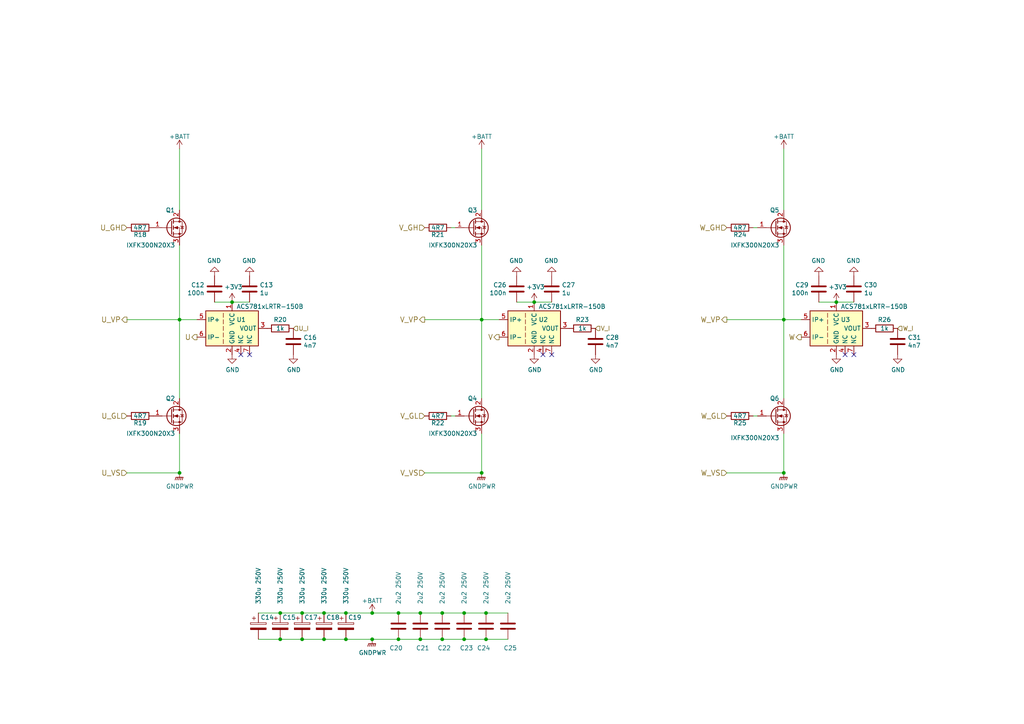
<source format=kicad_sch>
(kicad_sch (version 20230121) (generator eeschema)
  (paper "A4")
  (title_block (title "HSWR MOSFET Power Stage") (date "2017-02-05") (rev "4.0"))
  (lib_symbols
    (symbol "Device:C" (pin_numbers hide) (pin_names (offset 0.254))
      (property "Reference" "C" (at 0.635 2.54 0))
      (property "Value" "C" (at 0.635 -2.54 0))
      (symbol "C_0_1"
        (polyline (pts (xy -2.032 -0.762) (xy 2.032 -0.762)) (stroke (width 0.508)))
        (polyline (pts (xy -2.032 0.762) (xy 2.032 0.762)) (stroke (width 0.508)))
      )
      (symbol "C_1_1"
        (pin passive line (at 0 3.81 270) (length 2.794) (name "~") (number "1"))
        (pin passive line (at 0 -3.81 90) (length 2.794) (name "~") (number "2"))
      )
    )
    (symbol "Device:C_Polarized" (pin_numbers hide) (pin_names (offset 0.254))
      (property "Reference" "C" (at 0.635 2.54 0))
      (property "Value" "C_Polarized" (at 0.635 -2.54 0))
      (symbol "C_Polarized_0_1"
        (rectangle (start -2.286 0.508) (end 2.286 1.016))
        (polyline (pts (xy -1.778 2.286) (xy -0.762 2.286)))
        (polyline (pts (xy -1.27 2.794) (xy -1.27 1.778)))
        (rectangle (start 2.286 -0.508) (end -2.286 -1.016) (fill (type outline)))
      )
      (symbol "C_Polarized_1_1"
        (pin passive line (at 0 3.81 270) (length 2.794) (name "~") (number "1"))
        (pin passive line (at 0 -3.81 90) (length 2.794) (name "~") (number "2"))
      )
    )
    (symbol "Device:Q_NMOS_GDS" (pin_names (offset 0) hide)
      (property "Reference" "Q" (at 5.08 1.27 0))
      (property "Value" "Q_NMOS_GDS" (at 5.08 -1.27 0))
      (symbol "Q_NMOS_GDS_0_1"
        (polyline (pts (xy 0.254 0) (xy -2.54 0)))
        (polyline (pts (xy 0.254 1.905) (xy 0.254 -1.905)) (stroke (width 0.254)))
        (polyline (pts (xy 0.762 -1.27) (xy 0.762 -2.286)) (stroke (width 0.254)))
        (polyline (pts (xy 0.762 0.508) (xy 0.762 -0.508)) (stroke (width 0.254)))
        (polyline (pts (xy 0.762 2.286) (xy 0.762 1.27)) (stroke (width 0.254)))
        (polyline (pts (xy 2.54 2.54) (xy 2.54 1.778)))
        (polyline (pts (xy 2.54 -2.54) (xy 2.54 0) (xy 0.762 0)))
        (polyline (pts (xy 0.762 -1.778) (xy 3.302 -1.778) (xy 3.302 1.778) (xy 0.762 1.778)))
        (polyline (pts (xy 1.016 0) (xy 2.032 0.381) (xy 2.032 -0.381) (xy 1.016 0)) (fill (type outline)))
        (polyline (pts (xy 2.794 0.508) (xy 2.921 0.381) (xy 3.683 0.381) (xy 3.81 0.254)))
        (polyline (pts (xy 3.302 0.381) (xy 2.921 -0.254) (xy 3.683 -0.254) (xy 3.302 0.381)))
        (circle (center 1.651 0) (radius 2.794) (stroke (width 0.254)))
        (circle (center 2.54 -1.778) (radius 0.254) (fill (type outline)))
        (circle (center 2.54 1.778) (radius 0.254) (fill (type outline)))
      )
      (symbol "Q_NMOS_GDS_1_1"
        (pin input line (at -5.08 0 0) (length 2.54) (name "G") (number "1"))
        (pin passive line (at 2.54 5.08 270) (length 2.54) (name "D") (number "2"))
        (pin passive line (at 2.54 -5.08 90) (length 2.54) (name "S") (number "3"))
      )
    )
    (symbol "Device:R" (pin_numbers hide) (pin_names (offset 0))
      (property "Reference" "R" (at 2.032 0 90))
      (property "Value" "R" (at 0 0 90))
      (symbol "R_0_1"
        (rectangle (start -1.016 -2.54) (end 1.016 2.54) (stroke (width 0.254)))
      )
      (symbol "R_1_1"
        (pin passive line (at 0 3.81 270) (length 1.27) (name "~") (number "1"))
        (pin passive line (at 0 -3.81 90) (length 1.27) (name "~") (number "2"))
      )
    )
    (symbol "Sensor_Current:ACS781xLRTR-150B"
      (property "Reference" "U" (at -7.62 6.35 0))
      (property "Value" "ACS781xLRTR-150B" (at 2.54 6.35 0))
      (symbol "ACS781xLRTR-150B_0_1"
        (rectangle (start -7.62 5.08) (end 7.62 -5.08) (stroke (width 0.254)) (fill (type background)))
        (polyline (pts (xy -2.54 -3.175) (xy -2.54 -4.445)))
        (polyline (pts (xy -2.54 -1.27) (xy -2.54 -2.54)))
        (polyline (pts (xy -2.54 0.635) (xy -2.54 -0.635)))
        (polyline (pts (xy -2.54 1.27) (xy -2.54 2.54)))
        (polyline (pts (xy -2.54 3.175) (xy -2.54 4.445)))
      )
      (symbol "ACS781xLRTR-150B_1_1"
        (pin power_in line (at 0 7.62 270) (length 2.54) (name "VCC") (number "1"))
        (pin power_in line (at 0 -7.62 90) (length 2.54) (name "GND") (number "2"))
        (pin output line (at 10.16 0 180) (length 2.54) (name "VOUT") (number "3"))
        (pin passive line (at 2.54 -7.62 90) (length 2.54) (name "NC") (number "4"))
        (pin passive line (at -10.16 2.54 0) (length 2.54) (name "IP+") (number "5"))
        (pin passive line (at -10.16 -2.54 0) (length 2.54) (name "IP-") (number "6"))
        (pin passive line (at 5.08 -7.62 90) (length 2.54) (name "NC") (number "7"))
      )
    )
    (symbol "power:+3V3" (power) (pin_names (offset 0))
      (property "Value" "+3V3" (at 0 3.556 0))
      (symbol "+3V3_0_1"
        (polyline (pts (xy -0.762 1.27) (xy 0 2.54)))
        (polyline (pts (xy 0 0) (xy 0 2.54)))
        (polyline (pts (xy 0 2.54) (xy 0.762 1.27)))
      )
      (symbol "+3V3_1_1"
        (pin power_in line (at 0 0 90) (length 0) hide (name "+3V3") (number "1"))
      )
    )
    (symbol "power:+BATT" (power) (pin_names (offset 0))
      (property "Value" "+BATT" (at 0 3.556 0))
      (symbol "+BATT_0_1"
        (polyline (pts (xy -0.762 1.27) (xy 0 2.54)))
        (polyline (pts (xy 0 0) (xy 0 2.54)))
        (polyline (pts (xy 0 2.54) (xy 0.762 1.27)))
      )
      (symbol "+BATT_1_1"
        (pin power_in line (at 0 0 90) (length 0) hide (name "+BATT") (number "1"))
      )
    )
    (symbol "power:GND" (power) (pin_names (offset 0))
      (property "Value" "GND" (at 0 -3.81 0))
      (symbol "GND_0_1"
        (polyline (pts (xy 0 0) (xy 0 -1.27) (xy 1.27 -1.27) (xy 0 -2.54) (xy -1.27 -1.27) (xy 0 -1.27)))
      )
      (symbol "GND_1_1"
        (pin power_in line (at 0 0 270) (length 0) hide (name "GND") (number "1"))
      )
    )
    (symbol "power:GNDPWR" (power) (pin_names (offset 0))
      (property "Value" "GNDPWR" (at 0 -3.302 0))
      (symbol "GNDPWR_0_1"
        (polyline (pts (xy 0 -1.27) (xy 0 0)))
        (polyline (pts (xy -1.016 -1.27) (xy -1.27 -2.032) (xy -1.27 -2.032)) (stroke (width 0.2032)))
        (polyline (pts (xy -0.508 -1.27) (xy -0.762 -2.032) (xy -0.762 -2.032)) (stroke (width 0.2032)))
        (polyline (pts (xy 0 -1.27) (xy -0.254 -2.032) (xy -0.254 -2.032)) (stroke (width 0.2032)))
        (polyline (pts (xy 0.508 -1.27) (xy 0.254 -2.032) (xy 0.254 -2.032)) (stroke (width 0.2032)))
        (polyline (pts (xy 1.016 -1.27) (xy -1.016 -1.27) (xy -1.016 -1.27)) (stroke (width 0.2032)))
        (polyline (pts (xy 1.016 -1.27) (xy 0.762 -2.032) (xy 0.762 -2.032) (xy 0.762 -2.032)) (stroke (width 0.2032)))
      )
      (symbol "GNDPWR_1_1"
        (pin power_in line (at 0 0 270) (length 0) hide (name "GNDPWR") (number "1"))
      )
    )
  )
  (junction (at 115.57 185.42))
  (junction (at 81.28 185.42))
  (junction (at 121.92 185.42))
  (junction (at 100.33 185.42))
  (junction (at 140.97 177.8))
  (junction (at 227.33 137.16))
  (junction (at 115.57 177.8))
  (junction (at 128.27 177.8))
  (junction (at 87.63 177.8))
  (junction (at 52.07 137.16))
  (junction (at 87.63 185.42))
  (junction (at 52.07 92.71))
  (junction (at 93.98 177.8))
  (junction (at 81.28 177.8))
  (junction (at 134.62 185.42))
  (junction (at 67.31 87.63))
  (junction (at 139.7 92.71))
  (junction (at 139.7 137.16))
  (junction (at 154.94 87.63))
  (junction (at 140.97 185.42))
  (junction (at 242.57 87.63))
  (junction (at 227.33 92.71))
  (junction (at 107.95 177.8))
  (junction (at 93.98 185.42))
  (junction (at 100.33 177.8))
  (junction (at 121.92 177.8))
  (junction (at 128.27 185.42))
  (junction (at 107.95 185.42))
  (junction (at 134.62 177.8))
  (no_connect (at 72.39 102.87))
  (no_connect (at 69.85 102.87))
  (no_connect (at 245.11 102.87))
  (no_connect (at 160.02 102.87))
  (no_connect (at 247.65 102.87))
  (no_connect (at 157.48 102.87))
  (wire (pts (xy 227.33 137.16) (xy 227.33 125.73)))
  (wire (pts (xy 52.07 92.71) (xy 52.07 115.57)))
  (wire (pts (xy 121.92 185.42) (xy 128.27 185.42)))
  (wire (pts (xy 139.7 71.12) (xy 139.7 92.71)))
  (wire (pts (xy 149.86 87.63) (xy 154.94 87.63)))
  (wire (pts (xy 74.93 177.8) (xy 81.28 177.8)))
  (wire (pts (xy 219.71 120.65) (xy 218.44 120.65)))
  (wire (pts (xy 93.98 177.8) (xy 100.33 177.8)))
  (wire (pts (xy 52.07 43.18) (xy 52.07 60.96)))
  (wire (pts (xy 128.27 177.8) (xy 134.62 177.8)))
  (wire (pts (xy 115.57 177.8) (xy 121.92 177.8)))
  (wire (pts (xy 210.82 137.16) (xy 227.33 137.16)))
  (wire (pts (xy 62.23 87.63) (xy 67.31 87.63)))
  (wire (pts (xy 242.57 87.63) (xy 247.65 87.63)))
  (wire (pts (xy 67.31 87.63) (xy 72.39 87.63)))
  (wire (pts (xy 123.19 137.16) (xy 139.7 137.16)))
  (wire (pts (xy 87.63 185.42) (xy 93.98 185.42)))
  (wire (pts (xy 219.71 66.04) (xy 218.44 66.04)))
  (wire (pts (xy 52.07 137.16) (xy 52.07 125.73)))
  (wire (pts (xy 93.98 185.42) (xy 100.33 185.42)))
  (wire (pts (xy 87.63 177.8) (xy 93.98 177.8)))
  (wire (pts (xy 100.33 185.42) (xy 107.95 185.42)))
  (wire (pts (xy 140.97 185.42) (xy 147.32 185.42)))
  (wire (pts (xy 81.28 177.8) (xy 87.63 177.8)))
  (wire (pts (xy 121.92 177.8) (xy 128.27 177.8)))
  (wire (pts (xy 237.49 87.63) (xy 242.57 87.63)))
  (wire (pts (xy 154.94 87.63) (xy 160.02 87.63)))
  (wire (pts (xy 81.28 185.42) (xy 87.63 185.42)))
  (wire (pts (xy 227.33 92.71) (xy 232.41 92.71)))
  (wire (pts (xy 100.33 177.8) (xy 107.95 177.8)))
  (wire (pts (xy 115.57 185.42) (xy 121.92 185.42)))
  (wire (pts (xy 107.95 177.8) (xy 115.57 177.8)))
  (wire (pts (xy 139.7 43.18) (xy 139.7 60.96)))
  (wire (pts (xy 132.08 66.04) (xy 130.81 66.04)))
  (wire (pts (xy 134.62 177.8) (xy 140.97 177.8)))
  (wire (pts (xy 36.83 137.16) (xy 52.07 137.16)))
  (wire (pts (xy 139.7 92.71) (xy 123.19 92.71)))
  (wire (pts (xy 227.33 92.71) (xy 227.33 115.57)))
  (wire (pts (xy 52.07 92.71) (xy 57.15 92.71)))
  (wire (pts (xy 139.7 92.71) (xy 144.78 92.71)))
  (wire (pts (xy 107.95 185.42) (xy 115.57 185.42)))
  (wire (pts (xy 134.62 185.42) (xy 140.97 185.42)))
  (wire (pts (xy 36.83 92.71) (xy 52.07 92.71)))
  (wire (pts (xy 227.33 71.12) (xy 227.33 92.71)))
  (wire (pts (xy 139.7 137.16) (xy 139.7 125.73)))
  (wire (pts (xy 132.08 120.65) (xy 130.81 120.65)))
  (wire (pts (xy 210.82 92.71) (xy 227.33 92.71)))
  (wire (pts (xy 139.7 92.71) (xy 139.7 115.57)))
  (wire (pts (xy 227.33 43.18) (xy 227.33 60.96)))
  (wire (pts (xy 52.07 71.12) (xy 52.07 92.71)))
  (wire (pts (xy 140.97 177.8) (xy 147.32 177.8)))
  (wire (pts (xy 74.93 185.42) (xy 81.28 185.42)))
  (wire (pts (xy 128.27 185.42) (xy 134.62 185.42)))
  (hierarchical_label "W_VS" (shape input) (at 210.82 137.16 180) (effects (font (size 1.524 1.524))))
  (hierarchical_label "U_GL" (shape input) (at 36.83 120.65 180) (effects (font (size 1.524 1.524))))
  (hierarchical_label "W_I" (shape input) (at 260.35 95.25 0))
  (hierarchical_label "U_I" (shape input) (at 85.09 95.25 0))
  (hierarchical_label "W_GH" (shape input) (at 210.82 66.04 180) (effects (font (size 1.524 1.524))))
  (hierarchical_label "U_VS" (shape input) (at 36.83 137.16 180) (effects (font (size 1.524 1.524))))
  (hierarchical_label "V_GL" (shape input) (at 123.19 120.65 180) (effects (font (size 1.524 1.524))))
  (hierarchical_label "U_VP" (shape output) (at 36.83 92.71 180) (effects (font (size 1.524 1.524))))
  (hierarchical_label "W_GL" (shape input) (at 210.82 120.65 180) (effects (font (size 1.524 1.524))))
  (hierarchical_label "V_GH" (shape input) (at 123.19 66.04 180) (effects (font (size 1.524 1.524))))
  (hierarchical_label "U_GH" (shape input) (at 36.83 66.04 180) (effects (font (size 1.524 1.524))))
  (hierarchical_label "U" (shape output) (at 57.15 97.79 180) (effects (font (size 1.524 1.524))))
  (hierarchical_label "V_VP" (shape output) (at 123.19 92.71 180) (effects (font (size 1.524 1.524))))
  (hierarchical_label "V_I" (shape input) (at 172.72 95.25 0))
  (hierarchical_label "V_VS" (shape input) (at 123.19 137.16 180) (effects (font (size 1.524 1.524))))
  (hierarchical_label "W" (shape output) (at 232.41 97.79 180) (effects (font (size 1.524 1.524))))
  (hierarchical_label "V" (shape output) (at 144.78 97.79 180) (effects (font (size 1.524 1.524))))
  (hierarchical_label "W_VP" (shape output) (at 210.82 92.71 180) (effects (font (size 1.524 1.524))))
  (symbol (lib_id "power:+3V3") (at 67.31 87.63 0) (unit 1)
    (property "Reference" "#PWR044" (effects hide))
    (property "Value" "+3V3" (at 67.691 83.2358 0))
    (instances (project "HSWR" (path "" (reference "#PWR044") (unit 1)) (path "" (reference "#PWR0154") (unit 1))))
  )
  (symbol (lib_id "power:GND") (at 242.57 102.87 0) (unit 1)
    (property "Reference" "#PWR061" (effects hide))
    (property "Value" "GND" (at 242.697 107.2642 0))
    (instances (project "HSWR" (path "" (reference "#PWR061") (unit 1)) (path "" (reference "#PWR0171") (unit 1))))
  )
  (symbol (lib_id "Device:C") (at 85.09 99.06 0) (unit 1)
    (property "Reference" "C16" (at 88.011 97.8916 0) (effects (justify left)))
    (property "Value" "4n7" (at 88.011 100.203 0) (effects (justify left)))
    (property "Footprint" "Capacitor_SMD:C_0805_2012Metric" (effects hide))
    (instances (project "HSWR" (path "" (reference "C16") (unit 1)) (path "" (reference "C71") (unit 1))))
  )
  (symbol (lib_id "power:GND") (at 160.02 80.01 180) (unit 1)
    (property "Reference" "#PWR055" (effects hide))
    (property "Value" "GND" (at 159.893 75.6158 0))
    (instances (project "HSWR" (path "" (reference "#PWR055") (unit 1)) (path "" (reference "#PWR0165") (unit 1))))
  )
  (symbol (lib_id "Device:R") (at 168.91 95.25 270) (unit 1)
    (property "Reference" "R23" (at 168.91 92.71 90))
    (property "Value" "1k" (at 168.91 95.25 90))
    (property "Footprint" "Resistor_SMD:R_0805_2012Metric" (effects hide))
    (instances (project "HSWR" (path "" (reference "R23") (unit 1)) (path "" (reference "R64") (unit 1))))
  )
  (symbol (lib_id "Device:C_Polarized") (at 74.93 181.61 0) (unit 1)
    (property "Reference" "C14" (at 75.565 179.07 0) (effects (justify left)))
    (property "Value" "330u 250V" (at 74.93 175.26 90) (effects (justify left)))
    (property "Footprint" "Capacitor_THT:CP_Radial_D22.0mm_P10.00mm_SnapIn" (effects hide))
    (instances (project "HSWR" (path "" (reference "C14") (unit 1)) (path "" (reference "C69") (unit 1))))
  )
  (symbol (lib_id "power:GND") (at 67.31 102.87 0) (unit 1)
    (property "Reference" "#PWR045" (effects hide))
    (property "Value" "GND" (at 67.437 107.2642 0))
    (instances (project "HSWR" (path "" (reference "#PWR045") (unit 1)) (path "" (reference "#PWR0155") (unit 1))))
  )
  (symbol (lib_id "power:GND") (at 237.49 80.01 180) (unit 1)
    (property "Reference" "#PWR059" (effects hide))
    (property "Value" "GND" (at 237.363 75.6158 0))
    (instances (project "HSWR" (path "" (reference "#PWR059") (unit 1)) (path "" (reference "#PWR0169") (unit 1))))
  )
  (symbol (lib_id "Device:C") (at 134.62 181.61 0) (unit 1)
    (property "Reference" "C23" (at 133.35 187.96 0) (effects (justify left)))
    (property "Value" "2u2 250V" (at 134.62 175.26 90) (effects (justify left)))
    (property "Footprint" "Capacitor_SMD:C_2220_5650Metric" (effects hide))
    (instances (project "HSWR" (path "" (reference "C23") (unit 1)) (path "" (reference "C78") (unit 1))))
  )
  (symbol (lib_id "Device:C_Polarized") (at 87.63 181.61 0) (unit 1)
    (property "Reference" "C17" (at 88.265 179.07 0) (effects (justify left)))
    (property "Value" "330u 250V" (at 87.63 175.26 90) (effects (justify left)))
    (property "Footprint" "Capacitor_THT:CP_Radial_D22.0mm_P10.00mm_SnapIn" (effects hide))
    (instances (project "HSWR" (path "" (reference "C17") (unit 1)) (path "" (reference "C72") (unit 1))))
  )
  (symbol (lib_id "Device:R") (at 127 120.65 270) (unit 1)
    (property "Reference" "R22" (at 127 122.682 90))
    (property "Value" "4R7" (at 127 120.65 90))
    (property "Footprint" "Resistor_SMD:R_0805_2012Metric" (effects hide))
    (instances (project "HSWR" (path "" (reference "R22") (unit 1)) (path "" (reference "R63") (unit 1))))
  )
  (symbol (lib_id "power:+BATT") (at 52.07 43.18 0) (unit 1)
    (property "Reference" "#PWR041" (effects hide))
    (property "Value" "+BATT" (at 52.07 39.624 0))
    (instances (project "HSWR" (path "" (reference "#PWR041") (unit 1)) (path "" (reference "#PWR0151") (unit 1))))
  )
  (symbol (lib_id "Device:R") (at 81.28 95.25 270) (unit 1)
    (property "Reference" "R20" (at 81.28 92.71 90))
    (property "Value" "1k" (at 81.28 95.25 90))
    (property "Footprint" "Resistor_SMD:R_0805_2012Metric" (effects hide))
    (instances (project "HSWR" (path "" (reference "R20") (unit 1)) (path "" (reference "R61") (unit 1))))
  )
  (symbol (lib_id "power:GND") (at 149.86 80.01 180) (unit 1)
    (property "Reference" "#PWR052" (effects hide))
    (property "Value" "GND" (at 149.733 75.6158 0))
    (instances (project "HSWR" (path "" (reference "#PWR052") (unit 1)) (path "" (reference "#PWR0162") (unit 1))))
  )
  (symbol (lib_id "Device:R") (at 214.63 66.04 270) (unit 1)
    (property "Reference" "R24" (at 214.63 68.072 90))
    (property "Value" "4R7" (at 214.63 66.04 90))
    (property "Footprint" "Resistor_SMD:R_0805_2012Metric" (effects hide))
    (instances (project "HSWR" (path "" (reference "R24") (unit 1)) (path "" (reference "R65") (unit 1))))
  )
  (symbol (lib_id "Device:C") (at 149.86 83.82 0) (mirror x) (unit 1)
    (property "Reference" "C26" (at 146.939 82.6516 0) (effects (justify right)))
    (property "Value" "100n" (at 146.939 84.963 0) (effects (justify right)))
    (property "Footprint" "Capacitor_SMD:C_0805_2012Metric" (effects hide))
    (instances (project "HSWR" (path "" (reference "C26") (unit 1)) (path "" (reference "C81") (unit 1))))
  )
  (symbol (lib_id "Device:Q_NMOS_GDS") (at 224.79 66.04 0) (unit 1)
    (property "Reference" "Q5" (at 226.06 60.96 0) (effects (justify right)))
    (property "Value" "IXFK300N20X3" (at 226.06 71.12 0) (effects (justify right)))
    (property "Footprint" "HSWR:TO-264-3_Horizontal_TabUp_6mm_hole" (effects hide))
    (instances (project "HSWR" (path "" (reference "Q5") (unit 1)) (path "" (reference "Q12") (unit 1))))
  )
  (symbol (lib_id "power:GND") (at 247.65 80.01 180) (unit 1)
    (property "Reference" "#PWR062" (effects hide))
    (property "Value" "GND" (at 247.523 75.6158 0))
    (instances (project "HSWR" (path "" (reference "#PWR062") (unit 1)) (path "" (reference "#PWR0172") (unit 1))))
  )
  (symbol (lib_id "Device:C_Polarized") (at 81.28 181.61 0) (unit 1)
    (property "Reference" "C15" (at 81.915 179.07 0) (effects (justify left)))
    (property "Value" "330u 250V" (at 81.28 175.26 90) (effects (justify left)))
    (property "Footprint" "Capacitor_THT:CP_Radial_D22.0mm_P10.00mm_SnapIn" (effects hide))
    (instances (project "HSWR" (path "" (reference "C15") (unit 1)) (path "" (reference "C70") (unit 1))))
  )
  (symbol (lib_id "Sensor_Current:ACS781xLRTR-150B") (at 242.57 95.25 0) (unit 1)
    (property "Reference" "U3" (at 243.84 92.71 0) (effects (justify left)))
    (property "Value" "ACS781xLRTR-150B" (at 243.84 88.9 0) (effects (justify left)))
    (property "Footprint" "Sensor_Current:Allegro_PSOF-7_4.8x6.4mm_P1.60mm" (effects hide))
    (property "Datasheet" "http://www.allegromicro.com/~/media/Files/Datasheets/ACS781-Datsaheet.ashx?la=en" (effects hide))
    (instances (project "HSWR" (path "" (reference "U3") (unit 1)) (path "" (reference "U21") (unit 1))))
  )
  (symbol (lib_id "Device:R") (at 214.63 120.65 270) (unit 1)
    (property "Reference" "R25" (at 214.63 122.682 90))
    (property "Value" "4R7" (at 214.63 120.65 90))
    (property "Footprint" "Resistor_SMD:R_0805_2012Metric" (effects hide))
    (instances (project "HSWR" (path "" (reference "R25") (unit 1)) (path "" (reference "R66") (unit 1))))
  )
  (symbol (lib_id "Device:Q_NMOS_GDS") (at 137.16 120.65 0) (unit 1)
    (property "Reference" "Q4" (at 138.43 115.57 0) (effects (justify right)))
    (property "Value" "IXFK300N20X3" (at 138.43 125.73 0) (effects (justify right)))
    (property "Footprint" "HSWR:TO-264-3_Horizontal_TabUp_6mm_hole" (effects hide))
    (instances (project "HSWR" (path "" (reference "Q4") (unit 1)) (path "" (reference "Q11") (unit 1))))
  )
  (symbol (lib_id "Device:C") (at 237.49 83.82 0) (mirror x) (unit 1)
    (property "Reference" "C29" (at 234.569 82.6516 0) (effects (justify right)))
    (property "Value" "100n" (at 234.569 84.963 0) (effects (justify right)))
    (property "Footprint" "Capacitor_SMD:C_0805_2012Metric" (effects hide))
    (instances (project "HSWR" (path "" (reference "C29") (unit 1)) (path "" (reference "C84") (unit 1))))
  )
  (symbol (lib_id "Device:Q_NMOS_GDS") (at 224.79 120.65 0) (unit 1)
    (property "Reference" "Q6" (at 226.06 115.57 0) (effects (justify right)))
    (property "Value" "IXFK300N20X3" (at 226.06 127 0) (effects (justify right)))
    (property "Footprint" "HSWR:TO-264-3_Horizontal_TabUp_6mm_hole" (effects hide))
    (instances (project "HSWR" (path "" (reference "Q6") (unit 1)) (path "" (reference "Q13") (unit 1))))
  )
  (symbol (lib_id "Device:C") (at 247.65 83.82 0) (unit 1)
    (property "Reference" "C30" (at 250.571 82.6516 0) (effects (justify left)))
    (property "Value" "1u" (at 250.571 84.963 0) (effects (justify left)))
    (property "Footprint" "Capacitor_SMD:C_0805_2012Metric" (effects hide))
    (instances (project "HSWR" (path "" (reference "C30") (unit 1)) (path "" (reference "C85") (unit 1))))
  )
  (symbol (lib_id "Device:C_Polarized") (at 93.98 181.61 0) (unit 1)
    (property "Reference" "C18" (at 94.615 179.07 0) (effects (justify left)))
    (property "Value" "330u 250V" (at 93.98 175.26 90) (effects (justify left)))
    (property "Footprint" "Capacitor_THT:CP_Radial_D22.0mm_P10.00mm_SnapIn" (effects hide))
    (instances (project "HSWR" (path "" (reference "C18") (unit 1)) (path "" (reference "C73") (unit 1))))
  )
  (symbol (lib_id "Device:C") (at 115.57 181.61 0) (mirror y) (unit 1)
    (property "Reference" "C20" (at 116.84 187.96 0) (effects (justify left)))
    (property "Value" "2u2 250V" (at 115.57 175.26 90) (effects (justify left)))
    (property "Footprint" "Capacitor_SMD:C_2220_5650Metric" (effects hide))
    (instances (project "HSWR" (path "" (reference "C20") (unit 1)) (path "" (reference "C75") (unit 1))))
  )
  (symbol (lib_id "power:+BATT") (at 139.7 43.18 0) (unit 1)
    (property "Reference" "#PWR050" (effects hide))
    (property "Value" "+BATT" (at 139.7 39.624 0))
    (instances (project "HSWR" (path "" (reference "#PWR050") (unit 1)) (path "" (reference "#PWR0160") (unit 1))))
  )
  (symbol (lib_id "Sensor_Current:ACS781xLRTR-150B") (at 154.94 95.25 0) (unit 1)
    (property "Reference" "U2" (at 156.21 92.71 0) (effects (justify left)))
    (property "Value" "ACS781xLRTR-150B" (at 156.21 88.9 0) (effects (justify left)))
    (property "Footprint" "Sensor_Current:Allegro_PSOF-7_4.8x6.4mm_P1.60mm" (effects hide))
    (property "Datasheet" "http://www.allegromicro.com/~/media/Files/Datasheets/ACS781-Datsaheet.ashx?la=en" (effects hide))
    (instances (project "HSWR" (path "" (reference "U2") (unit 1)) (path "" (reference "U20") (unit 1))))
  )
  (symbol (lib_id "power:+BATT") (at 107.95 177.8 0) (unit 1)
    (property "Reference" "#PWR048" (effects hide))
    (property "Value" "+BATT" (at 107.95 174.244 0))
    (instances (project "HSWR" (path "" (reference "#PWR048") (unit 1)) (path "" (reference "#PWR0158") (unit 1))))
  )
  (symbol (lib_id "Device:R") (at 256.54 95.25 270) (unit 1)
    (property "Reference" "R26" (at 256.54 92.71 90))
    (property "Value" "1k" (at 256.54 95.25 90))
    (property "Footprint" "Resistor_SMD:R_0805_2012Metric" (effects hide))
    (instances (project "HSWR" (path "" (reference "R26") (unit 1)) (path "" (reference "R67") (unit 1))))
  )
  (symbol (lib_id "power:GNDPWR") (at 52.07 137.16 0) (unit 1)
    (property "Reference" "#PWR042" (effects hide))
    (property "Value" "GNDPWR" (at 52.1716 141.0716 0))
    (instances (project "HSWR" (path "" (reference "#PWR042") (unit 1)) (path "" (reference "#PWR0152") (unit 1))))
  )
  (symbol (lib_id "Device:C") (at 62.23 83.82 0) (mirror x) (unit 1)
    (property "Reference" "C12" (at 59.309 82.6516 0) (effects (justify right)))
    (property "Value" "100n" (at 59.309 84.963 0) (effects (justify right)))
    (property "Footprint" "Capacitor_SMD:C_0805_2012Metric" (effects hide))
    (instances (project "HSWR" (path "" (reference "C12") (unit 1)) (path "" (reference "C67") (unit 1))))
  )
  (symbol (lib_id "Device:C") (at 260.35 99.06 0) (unit 1)
    (property "Reference" "C31" (at 263.271 97.8916 0) (effects (justify left)))
    (property "Value" "4n7" (at 263.271 100.203 0) (effects (justify left)))
    (property "Footprint" "Capacitor_SMD:C_0805_2012Metric" (effects hide))
    (instances (project "HSWR" (path "" (reference "C31") (unit 1)) (path "" (reference "C86") (unit 1))))
  )
  (symbol (lib_id "Device:C") (at 147.32 181.61 0) (unit 1)
    (property "Reference" "C25" (at 146.05 187.96 0) (effects (justify left)))
    (property "Value" "2u2 250V" (at 147.32 175.26 90) (effects (justify left)))
    (property "Footprint" "Capacitor_SMD:C_2220_5650Metric" (effects hide))
    (instances (project "HSWR" (path "" (reference "C25") (unit 1)) (path "" (reference "C80") (unit 1))))
  )
  (symbol (lib_id "power:+BATT") (at 227.33 43.18 0) (unit 1)
    (property "Reference" "#PWR057" (effects hide))
    (property "Value" "+BATT" (at 227.33 39.624 0))
    (instances (project "HSWR" (path "" (reference "#PWR057") (unit 1)) (path "" (reference "#PWR0167") (unit 1))))
  )
  (symbol (lib_id "power:GND") (at 62.23 80.01 180) (unit 1)
    (property "Reference" "#PWR043" (effects hide))
    (property "Value" "GND" (at 62.103 75.6158 0))
    (instances (project "HSWR" (path "" (reference "#PWR043") (unit 1)) (path "" (reference "#PWR0153") (unit 1))))
  )
  (symbol (lib_id "Device:C") (at 121.92 181.61 0) (unit 1)
    (property "Reference" "C21" (at 120.65 187.96 0) (effects (justify left)))
    (property "Value" "2u2 250V" (at 121.92 175.26 90) (effects (justify left)))
    (property "Footprint" "Capacitor_SMD:C_2220_5650Metric" (effects hide))
    (instances (project "HSWR" (path "" (reference "C21") (unit 1)) (path "" (reference "C76") (unit 1))))
  )
  (symbol (lib_id "Device:Q_NMOS_GDS") (at 49.53 66.04 0) (unit 1)
    (property "Reference" "Q1" (at 50.8 60.96 0) (effects (justify right)))
    (property "Value" "IXFK300N20X3" (at 50.8 71.12 0) (effects (justify right)))
    (property "Footprint" "HSWR:TO-264-3_Horizontal_TabUp_6mm_hole" (effects hide))
    (instances (project "HSWR" (path "" (reference "Q1") (unit 1)) (path "" (reference "Q8") (unit 1))))
  )
  (symbol (lib_id "Device:C") (at 128.27 181.61 0) (mirror y) (unit 1)
    (property "Reference" "C22" (at 130.81 187.96 0) (effects (justify left)))
    (property "Value" "2u2 250V" (at 128.27 175.26 90) (effects (justify left)))
    (property "Footprint" "Capacitor_SMD:C_2220_5650Metric" (effects hide))
    (instances (project "HSWR" (path "" (reference "C22") (unit 1)) (path "" (reference "C77") (unit 1))))
  )
  (symbol (lib_id "power:GND") (at 154.94 102.87 0) (unit 1)
    (property "Reference" "#PWR054" (effects hide))
    (property "Value" "GND" (at 155.067 107.2642 0))
    (instances (project "HSWR" (path "" (reference "#PWR054") (unit 1)) (path "" (reference "#PWR0164") (unit 1))))
  )
  (symbol (lib_id "power:GND") (at 72.39 80.01 180) (unit 1)
    (property "Reference" "#PWR046" (effects hide))
    (property "Value" "GND" (at 72.263 75.6158 0))
    (instances (project "HSWR" (path "" (reference "#PWR046") (unit 1)) (path "" (reference "#PWR0156") (unit 1))))
  )
  (symbol (lib_id "Device:C_Polarized") (at 100.33 181.61 0) (unit 1)
    (property "Reference" "C19" (at 100.965 179.07 0) (effects (justify left)))
    (property "Value" "330u 250V" (at 100.33 175.26 90) (effects (justify left)))
    (property "Footprint" "Capacitor_THT:CP_Radial_D22.0mm_P10.00mm_SnapIn" (effects hide))
    (instances (project "HSWR" (path "" (reference "C19") (unit 1)) (path "" (reference "C74") (unit 1))))
  )
  (symbol (lib_id "power:GND") (at 260.35 102.87 0) (unit 1)
    (property "Reference" "#PWR063" (effects hide))
    (property "Value" "GND" (at 260.477 107.2642 0))
    (instances (project "HSWR" (path "" (reference "#PWR063") (unit 1)) (path "" (reference "#PWR0173") (unit 1))))
  )
  (symbol (lib_id "Device:R") (at 40.64 120.65 270) (unit 1)
    (property "Reference" "R19" (at 40.64 122.682 90))
    (property "Value" "4R7" (at 40.64 120.65 90))
    (property "Footprint" "Resistor_SMD:R_0805_2012Metric" (effects hide))
    (instances (project "HSWR" (path "" (reference "R19") (unit 1)) (path "" (reference "R60") (unit 1))))
  )
  (symbol (lib_id "Device:C") (at 140.97 181.61 0) (mirror y) (unit 1)
    (property "Reference" "C24" (at 142.24 187.96 0) (effects (justify left)))
    (property "Value" "2u2 250V" (at 140.97 175.26 90) (effects (justify left)))
    (property "Footprint" "Capacitor_SMD:C_2220_5650Metric" (effects hide))
    (instances (project "HSWR" (path "" (reference "C24") (unit 1)) (path "" (reference "C79") (unit 1))))
  )
  (symbol (lib_id "Device:Q_NMOS_GDS") (at 49.53 120.65 0) (unit 1)
    (property "Reference" "Q2" (at 50.8 115.57 0) (effects (justify right)))
    (property "Value" "IXFK300N20X3" (at 50.8 125.73 0) (effects (justify right)))
    (property "Footprint" "HSWR:TO-264-3_Horizontal_TabUp_6mm_hole" (effects hide))
    (instances (project "HSWR" (path "" (reference "Q2") (unit 1)) (path "" (reference "Q9") (unit 1))))
  )
  (symbol (lib_id "power:GNDPWR") (at 139.7 137.16 0) (unit 1)
    (property "Reference" "#PWR051" (effects hide))
    (property "Value" "GNDPWR" (at 139.8016 141.0716 0))
    (instances (project "HSWR" (path "" (reference "#PWR051") (unit 1)) (path "" (reference "#PWR0161") (unit 1))))
  )
  (symbol (lib_id "Device:Q_NMOS_GDS") (at 137.16 66.04 0) (unit 1)
    (property "Reference" "Q3" (at 138.43 60.96 0) (effects (justify right)))
    (property "Value" "IXFK300N20X3" (at 138.43 71.12 0) (effects (justify right)))
    (property "Footprint" "HSWR:TO-264-3_Horizontal_TabUp_6mm_hole" (effects hide))
    (instances (project "HSWR" (path "" (reference "Q3") (unit 1)) (path "" (reference "Q10") (unit 1))))
  )
  (symbol (lib_id "power:GND") (at 172.72 102.87 0) (unit 1)
    (property "Reference" "#PWR056" (effects hide))
    (property "Value" "GND" (at 172.847 107.2642 0))
    (instances (project "HSWR" (path "" (reference "#PWR056") (unit 1)) (path "" (reference "#PWR0166") (unit 1))))
  )
  (symbol (lib_id "power:GNDPWR") (at 227.33 137.16 0) (unit 1)
    (property "Reference" "#PWR058" (effects hide))
    (property "Value" "GNDPWR" (at 227.4316 141.0716 0))
    (instances (project "HSWR" (path "" (reference "#PWR058") (unit 1)) (path "" (reference "#PWR0168") (unit 1))))
  )
  (symbol (lib_id "Device:C") (at 172.72 99.06 0) (unit 1)
    (property "Reference" "C28" (at 175.641 97.8916 0) (effects (justify left)))
    (property "Value" "4n7" (at 175.641 100.203 0) (effects (justify left)))
    (property "Footprint" "Capacitor_SMD:C_0805_2012Metric" (effects hide))
    (instances (project "HSWR" (path "" (reference "C28") (unit 1)) (path "" (reference "C83") (unit 1))))
  )
  (symbol (lib_id "Device:R") (at 127 66.04 270) (unit 1)
    (property "Reference" "R21" (at 127 68.072 90))
    (property "Value" "4R7" (at 127 66.04 90))
    (property "Footprint" "Resistor_SMD:R_0805_2012Metric" (effects hide))
    (instances (project "HSWR" (path "" (reference "R21") (unit 1)) (path "" (reference "R62") (unit 1))))
  )
  (symbol (lib_id "power:+3V3") (at 242.57 87.63 0) (unit 1)
    (property "Reference" "#PWR060" (effects hide))
    (property "Value" "+3V3" (at 242.951 83.2358 0))
    (instances (project "HSWR" (path "" (reference "#PWR060") (unit 1)) (path "" (reference "#PWR0170") (unit 1))))
  )
  (symbol (lib_id "Device:R") (at 40.64 66.04 270) (unit 1)
    (property "Reference" "R18" (at 40.64 68.072 90))
    (property "Value" "4R7" (at 40.64 66.04 90))
    (property "Footprint" "Resistor_SMD:R_0805_2012Metric" (effects hide))
    (instances (project "HSWR" (path "" (reference "R18") (unit 1)) (path "" (reference "R59") (unit 1))))
  )
  (symbol (lib_id "power:+3V3") (at 154.94 87.63 0) (unit 1)
    (property "Reference" "#PWR053" (effects hide))
    (property "Value" "+3V3" (at 155.321 83.2358 0))
    (instances (project "HSWR" (path "" (reference "#PWR053") (unit 1)) (path "" (reference "#PWR0163") (unit 1))))
  )
  (symbol (lib_id "Device:C") (at 160.02 83.82 0) (unit 1)
    (property "Reference" "C27" (at 162.941 82.6516 0) (effects (justify left)))
    (property "Value" "1u" (at 162.941 84.963 0) (effects (justify left)))
    (property "Footprint" "Capacitor_SMD:C_0805_2012Metric" (effects hide))
    (instances (project "HSWR" (path "" (reference "C27") (unit 1)) (path "" (reference "C82") (unit 1))))
  )
  (symbol (lib_id "power:GNDPWR") (at 107.95 185.42 0) (unit 1)
    (property "Reference" "#PWR049" (effects hide))
    (property "Value" "GNDPWR" (at 108.0516 189.3316 0))
    (instances (project "HSWR" (path "" (reference "#PWR049") (unit 1)) (path "" (reference "#PWR0159") (unit 1))))
  )
  (symbol (lib_id "power:GND") (at 85.09 102.87 0) (unit 1)
    (property "Reference" "#PWR047" (effects hide))
    (property "Value" "GND" (at 85.217 107.2642 0))
    (instances (project "HSWR" (path "" (reference "#PWR047") (unit 1)) (path "" (reference "#PWR0157") (unit 1))))
  )
  (symbol (lib_id "Device:C") (at 72.39 83.82 0) (unit 1)
    (property "Reference" "C13" (at 75.311 82.6516 0) (effects (justify left)))
    (property "Value" "1u" (at 75.311 84.963 0) (effects (justify left)))
    (property "Footprint" "Capacitor_SMD:C_0805_2012Metric" (effects hide))
    (instances (project "HSWR" (path "" (reference "C13") (unit 1)) (path "" (reference "C68") (unit 1))))
  )
  (symbol (lib_id "Sensor_Current:ACS781xLRTR-150B") (at 67.31 95.25 0) (unit 1)
    (property "Reference" "U1" (at 68.58 92.71 0) (effects (justify left)))
    (property "Value" "ACS781xLRTR-150B" (at 68.58 88.9 0) (effects (justify left)))
    (property "Footprint" "Sensor_Current:Allegro_PSOF-7_4.8x6.4mm_P1.60mm" (effects hide))
    (property "Datasheet" "http://www.allegromicro.com/~/media/Files/Datasheets/ACS781-Datsaheet.ashx?la=en" (effects hide))
    (instances (project "HSWR" (path "" (reference "U1") (unit 1)) (path "" (reference "U19") (unit 1))))
  )
)
</source>
